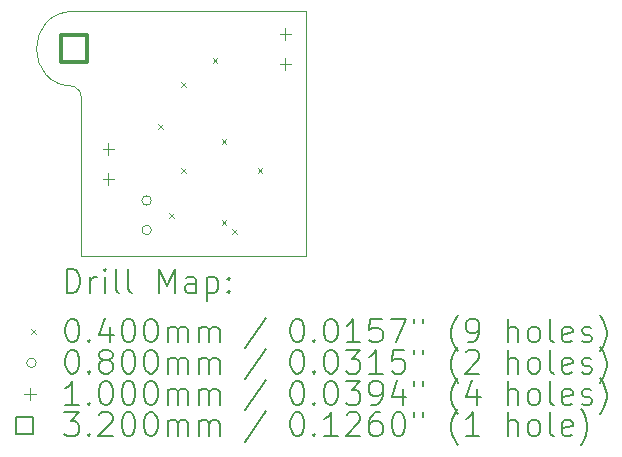
<source format=gbr>
%FSLAX45Y45*%
G04 Gerber Fmt 4.5, Leading zero omitted, Abs format (unit mm)*
G04 Created by KiCad (PCBNEW 6.0.6-1.fc35) date 2022-07-22 15:55:34*
%MOMM*%
%LPD*%
G01*
G04 APERTURE LIST*
%TA.AperFunction,Profile*%
%ADD10C,0.050000*%
%TD*%
%ADD11C,0.200000*%
%ADD12C,0.040000*%
%ADD13C,0.080000*%
%ADD14C,0.100000*%
%ADD15C,0.320000*%
G04 APERTURE END LIST*
D10*
X6667500Y-9753600D02*
X6667500Y-7683500D01*
X4699000Y-7683500D02*
G75*
G03*
X4699000Y-8318500I0J-317500D01*
G01*
X4762500Y-8420100D02*
X4762500Y-9753600D01*
X4762500Y-8420100D02*
G75*
G03*
X4699000Y-8318500I-97350J9800D01*
G01*
X4699000Y-7683500D02*
X6667500Y-7683500D01*
X4762500Y-9753600D02*
X6667500Y-9753600D01*
D11*
D12*
X5410520Y-8641400D02*
X5450520Y-8681400D01*
X5450520Y-8641400D02*
X5410520Y-8681400D01*
X5504500Y-9390700D02*
X5544500Y-9430700D01*
X5544500Y-9390700D02*
X5504500Y-9430700D01*
X5606100Y-8285800D02*
X5646100Y-8325800D01*
X5646100Y-8285800D02*
X5606100Y-8325800D01*
X5606100Y-9009700D02*
X5646100Y-9049700D01*
X5646100Y-9009700D02*
X5606100Y-9049700D01*
X5872800Y-8082600D02*
X5912800Y-8122600D01*
X5912800Y-8082600D02*
X5872800Y-8122600D01*
X5949000Y-8768400D02*
X5989000Y-8808400D01*
X5989000Y-8768400D02*
X5949000Y-8808400D01*
X5949000Y-9454200D02*
X5989000Y-9494200D01*
X5989000Y-9454200D02*
X5949000Y-9494200D01*
X6037900Y-9530400D02*
X6077900Y-9570400D01*
X6077900Y-9530400D02*
X6037900Y-9570400D01*
X6253800Y-9009700D02*
X6293800Y-9049700D01*
X6293800Y-9009700D02*
X6253800Y-9049700D01*
D13*
X5353680Y-9284842D02*
G75*
G03*
X5353680Y-9284842I-40000J0D01*
G01*
X5353680Y-9534842D02*
G75*
G03*
X5353680Y-9534842I-40000J0D01*
G01*
D14*
X4991100Y-8801400D02*
X4991100Y-8901400D01*
X4941100Y-8851400D02*
X5041100Y-8851400D01*
X4991100Y-9055400D02*
X4991100Y-9155400D01*
X4941100Y-9105400D02*
X5041100Y-9105400D01*
X6489700Y-7823500D02*
X6489700Y-7923500D01*
X6439700Y-7873500D02*
X6539700Y-7873500D01*
X6489700Y-8077500D02*
X6489700Y-8177500D01*
X6439700Y-8127500D02*
X6539700Y-8127500D01*
D15*
X4812138Y-8114138D02*
X4812138Y-7887862D01*
X4585862Y-7887862D01*
X4585862Y-8114138D01*
X4812138Y-8114138D01*
D11*
X4636619Y-10066576D02*
X4636619Y-9866576D01*
X4684238Y-9866576D01*
X4712810Y-9876100D01*
X4731857Y-9895148D01*
X4741381Y-9914195D01*
X4750905Y-9952290D01*
X4750905Y-9980862D01*
X4741381Y-10018957D01*
X4731857Y-10038005D01*
X4712810Y-10057052D01*
X4684238Y-10066576D01*
X4636619Y-10066576D01*
X4836619Y-10066576D02*
X4836619Y-9933243D01*
X4836619Y-9971338D02*
X4846143Y-9952290D01*
X4855667Y-9942767D01*
X4874714Y-9933243D01*
X4893762Y-9933243D01*
X4960429Y-10066576D02*
X4960429Y-9933243D01*
X4960429Y-9866576D02*
X4950905Y-9876100D01*
X4960429Y-9885624D01*
X4969952Y-9876100D01*
X4960429Y-9866576D01*
X4960429Y-9885624D01*
X5084238Y-10066576D02*
X5065190Y-10057052D01*
X5055667Y-10038005D01*
X5055667Y-9866576D01*
X5189000Y-10066576D02*
X5169952Y-10057052D01*
X5160429Y-10038005D01*
X5160429Y-9866576D01*
X5417571Y-10066576D02*
X5417571Y-9866576D01*
X5484238Y-10009433D01*
X5550905Y-9866576D01*
X5550905Y-10066576D01*
X5731857Y-10066576D02*
X5731857Y-9961814D01*
X5722333Y-9942767D01*
X5703286Y-9933243D01*
X5665190Y-9933243D01*
X5646143Y-9942767D01*
X5731857Y-10057052D02*
X5712809Y-10066576D01*
X5665190Y-10066576D01*
X5646143Y-10057052D01*
X5636619Y-10038005D01*
X5636619Y-10018957D01*
X5646143Y-9999910D01*
X5665190Y-9990386D01*
X5712809Y-9990386D01*
X5731857Y-9980862D01*
X5827095Y-9933243D02*
X5827095Y-10133243D01*
X5827095Y-9942767D02*
X5846143Y-9933243D01*
X5884238Y-9933243D01*
X5903286Y-9942767D01*
X5912809Y-9952290D01*
X5922333Y-9971338D01*
X5922333Y-10028481D01*
X5912809Y-10047529D01*
X5903286Y-10057052D01*
X5884238Y-10066576D01*
X5846143Y-10066576D01*
X5827095Y-10057052D01*
X6008048Y-10047529D02*
X6017571Y-10057052D01*
X6008048Y-10066576D01*
X5998524Y-10057052D01*
X6008048Y-10047529D01*
X6008048Y-10066576D01*
X6008048Y-9942767D02*
X6017571Y-9952290D01*
X6008048Y-9961814D01*
X5998524Y-9952290D01*
X6008048Y-9942767D01*
X6008048Y-9961814D01*
D12*
X4339000Y-10376100D02*
X4379000Y-10416100D01*
X4379000Y-10376100D02*
X4339000Y-10416100D01*
D11*
X4674714Y-10286576D02*
X4693762Y-10286576D01*
X4712810Y-10296100D01*
X4722333Y-10305624D01*
X4731857Y-10324671D01*
X4741381Y-10362767D01*
X4741381Y-10410386D01*
X4731857Y-10448481D01*
X4722333Y-10467529D01*
X4712810Y-10477052D01*
X4693762Y-10486576D01*
X4674714Y-10486576D01*
X4655667Y-10477052D01*
X4646143Y-10467529D01*
X4636619Y-10448481D01*
X4627095Y-10410386D01*
X4627095Y-10362767D01*
X4636619Y-10324671D01*
X4646143Y-10305624D01*
X4655667Y-10296100D01*
X4674714Y-10286576D01*
X4827095Y-10467529D02*
X4836619Y-10477052D01*
X4827095Y-10486576D01*
X4817571Y-10477052D01*
X4827095Y-10467529D01*
X4827095Y-10486576D01*
X5008048Y-10353243D02*
X5008048Y-10486576D01*
X4960429Y-10277052D02*
X4912810Y-10419910D01*
X5036619Y-10419910D01*
X5150905Y-10286576D02*
X5169952Y-10286576D01*
X5189000Y-10296100D01*
X5198524Y-10305624D01*
X5208048Y-10324671D01*
X5217571Y-10362767D01*
X5217571Y-10410386D01*
X5208048Y-10448481D01*
X5198524Y-10467529D01*
X5189000Y-10477052D01*
X5169952Y-10486576D01*
X5150905Y-10486576D01*
X5131857Y-10477052D01*
X5122333Y-10467529D01*
X5112810Y-10448481D01*
X5103286Y-10410386D01*
X5103286Y-10362767D01*
X5112810Y-10324671D01*
X5122333Y-10305624D01*
X5131857Y-10296100D01*
X5150905Y-10286576D01*
X5341381Y-10286576D02*
X5360429Y-10286576D01*
X5379476Y-10296100D01*
X5389000Y-10305624D01*
X5398524Y-10324671D01*
X5408048Y-10362767D01*
X5408048Y-10410386D01*
X5398524Y-10448481D01*
X5389000Y-10467529D01*
X5379476Y-10477052D01*
X5360429Y-10486576D01*
X5341381Y-10486576D01*
X5322333Y-10477052D01*
X5312810Y-10467529D01*
X5303286Y-10448481D01*
X5293762Y-10410386D01*
X5293762Y-10362767D01*
X5303286Y-10324671D01*
X5312810Y-10305624D01*
X5322333Y-10296100D01*
X5341381Y-10286576D01*
X5493762Y-10486576D02*
X5493762Y-10353243D01*
X5493762Y-10372290D02*
X5503286Y-10362767D01*
X5522333Y-10353243D01*
X5550905Y-10353243D01*
X5569952Y-10362767D01*
X5579476Y-10381814D01*
X5579476Y-10486576D01*
X5579476Y-10381814D02*
X5589000Y-10362767D01*
X5608048Y-10353243D01*
X5636619Y-10353243D01*
X5655667Y-10362767D01*
X5665190Y-10381814D01*
X5665190Y-10486576D01*
X5760428Y-10486576D02*
X5760428Y-10353243D01*
X5760428Y-10372290D02*
X5769952Y-10362767D01*
X5789000Y-10353243D01*
X5817571Y-10353243D01*
X5836619Y-10362767D01*
X5846143Y-10381814D01*
X5846143Y-10486576D01*
X5846143Y-10381814D02*
X5855667Y-10362767D01*
X5874714Y-10353243D01*
X5903286Y-10353243D01*
X5922333Y-10362767D01*
X5931857Y-10381814D01*
X5931857Y-10486576D01*
X6322333Y-10277052D02*
X6150905Y-10534195D01*
X6579476Y-10286576D02*
X6598524Y-10286576D01*
X6617571Y-10296100D01*
X6627095Y-10305624D01*
X6636619Y-10324671D01*
X6646143Y-10362767D01*
X6646143Y-10410386D01*
X6636619Y-10448481D01*
X6627095Y-10467529D01*
X6617571Y-10477052D01*
X6598524Y-10486576D01*
X6579476Y-10486576D01*
X6560428Y-10477052D01*
X6550905Y-10467529D01*
X6541381Y-10448481D01*
X6531857Y-10410386D01*
X6531857Y-10362767D01*
X6541381Y-10324671D01*
X6550905Y-10305624D01*
X6560428Y-10296100D01*
X6579476Y-10286576D01*
X6731857Y-10467529D02*
X6741381Y-10477052D01*
X6731857Y-10486576D01*
X6722333Y-10477052D01*
X6731857Y-10467529D01*
X6731857Y-10486576D01*
X6865190Y-10286576D02*
X6884238Y-10286576D01*
X6903286Y-10296100D01*
X6912809Y-10305624D01*
X6922333Y-10324671D01*
X6931857Y-10362767D01*
X6931857Y-10410386D01*
X6922333Y-10448481D01*
X6912809Y-10467529D01*
X6903286Y-10477052D01*
X6884238Y-10486576D01*
X6865190Y-10486576D01*
X6846143Y-10477052D01*
X6836619Y-10467529D01*
X6827095Y-10448481D01*
X6817571Y-10410386D01*
X6817571Y-10362767D01*
X6827095Y-10324671D01*
X6836619Y-10305624D01*
X6846143Y-10296100D01*
X6865190Y-10286576D01*
X7122333Y-10486576D02*
X7008048Y-10486576D01*
X7065190Y-10486576D02*
X7065190Y-10286576D01*
X7046143Y-10315148D01*
X7027095Y-10334195D01*
X7008048Y-10343719D01*
X7303286Y-10286576D02*
X7208048Y-10286576D01*
X7198524Y-10381814D01*
X7208048Y-10372290D01*
X7227095Y-10362767D01*
X7274714Y-10362767D01*
X7293762Y-10372290D01*
X7303286Y-10381814D01*
X7312809Y-10400862D01*
X7312809Y-10448481D01*
X7303286Y-10467529D01*
X7293762Y-10477052D01*
X7274714Y-10486576D01*
X7227095Y-10486576D01*
X7208048Y-10477052D01*
X7198524Y-10467529D01*
X7379476Y-10286576D02*
X7512809Y-10286576D01*
X7427095Y-10486576D01*
X7579476Y-10286576D02*
X7579476Y-10324671D01*
X7655667Y-10286576D02*
X7655667Y-10324671D01*
X7950905Y-10562767D02*
X7941381Y-10553243D01*
X7922333Y-10524671D01*
X7912809Y-10505624D01*
X7903286Y-10477052D01*
X7893762Y-10429433D01*
X7893762Y-10391338D01*
X7903286Y-10343719D01*
X7912809Y-10315148D01*
X7922333Y-10296100D01*
X7941381Y-10267529D01*
X7950905Y-10258005D01*
X8036619Y-10486576D02*
X8074714Y-10486576D01*
X8093762Y-10477052D01*
X8103286Y-10467529D01*
X8122333Y-10438957D01*
X8131857Y-10400862D01*
X8131857Y-10324671D01*
X8122333Y-10305624D01*
X8112809Y-10296100D01*
X8093762Y-10286576D01*
X8055667Y-10286576D01*
X8036619Y-10296100D01*
X8027095Y-10305624D01*
X8017571Y-10324671D01*
X8017571Y-10372290D01*
X8027095Y-10391338D01*
X8036619Y-10400862D01*
X8055667Y-10410386D01*
X8093762Y-10410386D01*
X8112809Y-10400862D01*
X8122333Y-10391338D01*
X8131857Y-10372290D01*
X8369952Y-10486576D02*
X8369952Y-10286576D01*
X8455667Y-10486576D02*
X8455667Y-10381814D01*
X8446143Y-10362767D01*
X8427095Y-10353243D01*
X8398524Y-10353243D01*
X8379476Y-10362767D01*
X8369952Y-10372290D01*
X8579476Y-10486576D02*
X8560429Y-10477052D01*
X8550905Y-10467529D01*
X8541381Y-10448481D01*
X8541381Y-10391338D01*
X8550905Y-10372290D01*
X8560429Y-10362767D01*
X8579476Y-10353243D01*
X8608048Y-10353243D01*
X8627095Y-10362767D01*
X8636619Y-10372290D01*
X8646143Y-10391338D01*
X8646143Y-10448481D01*
X8636619Y-10467529D01*
X8627095Y-10477052D01*
X8608048Y-10486576D01*
X8579476Y-10486576D01*
X8760429Y-10486576D02*
X8741381Y-10477052D01*
X8731857Y-10458005D01*
X8731857Y-10286576D01*
X8912810Y-10477052D02*
X8893762Y-10486576D01*
X8855667Y-10486576D01*
X8836619Y-10477052D01*
X8827095Y-10458005D01*
X8827095Y-10381814D01*
X8836619Y-10362767D01*
X8855667Y-10353243D01*
X8893762Y-10353243D01*
X8912810Y-10362767D01*
X8922333Y-10381814D01*
X8922333Y-10400862D01*
X8827095Y-10419910D01*
X8998524Y-10477052D02*
X9017571Y-10486576D01*
X9055667Y-10486576D01*
X9074714Y-10477052D01*
X9084238Y-10458005D01*
X9084238Y-10448481D01*
X9074714Y-10429433D01*
X9055667Y-10419910D01*
X9027095Y-10419910D01*
X9008048Y-10410386D01*
X8998524Y-10391338D01*
X8998524Y-10381814D01*
X9008048Y-10362767D01*
X9027095Y-10353243D01*
X9055667Y-10353243D01*
X9074714Y-10362767D01*
X9150905Y-10562767D02*
X9160429Y-10553243D01*
X9179476Y-10524671D01*
X9189000Y-10505624D01*
X9198524Y-10477052D01*
X9208048Y-10429433D01*
X9208048Y-10391338D01*
X9198524Y-10343719D01*
X9189000Y-10315148D01*
X9179476Y-10296100D01*
X9160429Y-10267529D01*
X9150905Y-10258005D01*
D13*
X4379000Y-10660100D02*
G75*
G03*
X4379000Y-10660100I-40000J0D01*
G01*
D11*
X4674714Y-10550576D02*
X4693762Y-10550576D01*
X4712810Y-10560100D01*
X4722333Y-10569624D01*
X4731857Y-10588671D01*
X4741381Y-10626767D01*
X4741381Y-10674386D01*
X4731857Y-10712481D01*
X4722333Y-10731529D01*
X4712810Y-10741052D01*
X4693762Y-10750576D01*
X4674714Y-10750576D01*
X4655667Y-10741052D01*
X4646143Y-10731529D01*
X4636619Y-10712481D01*
X4627095Y-10674386D01*
X4627095Y-10626767D01*
X4636619Y-10588671D01*
X4646143Y-10569624D01*
X4655667Y-10560100D01*
X4674714Y-10550576D01*
X4827095Y-10731529D02*
X4836619Y-10741052D01*
X4827095Y-10750576D01*
X4817571Y-10741052D01*
X4827095Y-10731529D01*
X4827095Y-10750576D01*
X4950905Y-10636290D02*
X4931857Y-10626767D01*
X4922333Y-10617243D01*
X4912810Y-10598195D01*
X4912810Y-10588671D01*
X4922333Y-10569624D01*
X4931857Y-10560100D01*
X4950905Y-10550576D01*
X4989000Y-10550576D01*
X5008048Y-10560100D01*
X5017571Y-10569624D01*
X5027095Y-10588671D01*
X5027095Y-10598195D01*
X5017571Y-10617243D01*
X5008048Y-10626767D01*
X4989000Y-10636290D01*
X4950905Y-10636290D01*
X4931857Y-10645814D01*
X4922333Y-10655338D01*
X4912810Y-10674386D01*
X4912810Y-10712481D01*
X4922333Y-10731529D01*
X4931857Y-10741052D01*
X4950905Y-10750576D01*
X4989000Y-10750576D01*
X5008048Y-10741052D01*
X5017571Y-10731529D01*
X5027095Y-10712481D01*
X5027095Y-10674386D01*
X5017571Y-10655338D01*
X5008048Y-10645814D01*
X4989000Y-10636290D01*
X5150905Y-10550576D02*
X5169952Y-10550576D01*
X5189000Y-10560100D01*
X5198524Y-10569624D01*
X5208048Y-10588671D01*
X5217571Y-10626767D01*
X5217571Y-10674386D01*
X5208048Y-10712481D01*
X5198524Y-10731529D01*
X5189000Y-10741052D01*
X5169952Y-10750576D01*
X5150905Y-10750576D01*
X5131857Y-10741052D01*
X5122333Y-10731529D01*
X5112810Y-10712481D01*
X5103286Y-10674386D01*
X5103286Y-10626767D01*
X5112810Y-10588671D01*
X5122333Y-10569624D01*
X5131857Y-10560100D01*
X5150905Y-10550576D01*
X5341381Y-10550576D02*
X5360429Y-10550576D01*
X5379476Y-10560100D01*
X5389000Y-10569624D01*
X5398524Y-10588671D01*
X5408048Y-10626767D01*
X5408048Y-10674386D01*
X5398524Y-10712481D01*
X5389000Y-10731529D01*
X5379476Y-10741052D01*
X5360429Y-10750576D01*
X5341381Y-10750576D01*
X5322333Y-10741052D01*
X5312810Y-10731529D01*
X5303286Y-10712481D01*
X5293762Y-10674386D01*
X5293762Y-10626767D01*
X5303286Y-10588671D01*
X5312810Y-10569624D01*
X5322333Y-10560100D01*
X5341381Y-10550576D01*
X5493762Y-10750576D02*
X5493762Y-10617243D01*
X5493762Y-10636290D02*
X5503286Y-10626767D01*
X5522333Y-10617243D01*
X5550905Y-10617243D01*
X5569952Y-10626767D01*
X5579476Y-10645814D01*
X5579476Y-10750576D01*
X5579476Y-10645814D02*
X5589000Y-10626767D01*
X5608048Y-10617243D01*
X5636619Y-10617243D01*
X5655667Y-10626767D01*
X5665190Y-10645814D01*
X5665190Y-10750576D01*
X5760428Y-10750576D02*
X5760428Y-10617243D01*
X5760428Y-10636290D02*
X5769952Y-10626767D01*
X5789000Y-10617243D01*
X5817571Y-10617243D01*
X5836619Y-10626767D01*
X5846143Y-10645814D01*
X5846143Y-10750576D01*
X5846143Y-10645814D02*
X5855667Y-10626767D01*
X5874714Y-10617243D01*
X5903286Y-10617243D01*
X5922333Y-10626767D01*
X5931857Y-10645814D01*
X5931857Y-10750576D01*
X6322333Y-10541052D02*
X6150905Y-10798195D01*
X6579476Y-10550576D02*
X6598524Y-10550576D01*
X6617571Y-10560100D01*
X6627095Y-10569624D01*
X6636619Y-10588671D01*
X6646143Y-10626767D01*
X6646143Y-10674386D01*
X6636619Y-10712481D01*
X6627095Y-10731529D01*
X6617571Y-10741052D01*
X6598524Y-10750576D01*
X6579476Y-10750576D01*
X6560428Y-10741052D01*
X6550905Y-10731529D01*
X6541381Y-10712481D01*
X6531857Y-10674386D01*
X6531857Y-10626767D01*
X6541381Y-10588671D01*
X6550905Y-10569624D01*
X6560428Y-10560100D01*
X6579476Y-10550576D01*
X6731857Y-10731529D02*
X6741381Y-10741052D01*
X6731857Y-10750576D01*
X6722333Y-10741052D01*
X6731857Y-10731529D01*
X6731857Y-10750576D01*
X6865190Y-10550576D02*
X6884238Y-10550576D01*
X6903286Y-10560100D01*
X6912809Y-10569624D01*
X6922333Y-10588671D01*
X6931857Y-10626767D01*
X6931857Y-10674386D01*
X6922333Y-10712481D01*
X6912809Y-10731529D01*
X6903286Y-10741052D01*
X6884238Y-10750576D01*
X6865190Y-10750576D01*
X6846143Y-10741052D01*
X6836619Y-10731529D01*
X6827095Y-10712481D01*
X6817571Y-10674386D01*
X6817571Y-10626767D01*
X6827095Y-10588671D01*
X6836619Y-10569624D01*
X6846143Y-10560100D01*
X6865190Y-10550576D01*
X6998524Y-10550576D02*
X7122333Y-10550576D01*
X7055667Y-10626767D01*
X7084238Y-10626767D01*
X7103286Y-10636290D01*
X7112809Y-10645814D01*
X7122333Y-10664862D01*
X7122333Y-10712481D01*
X7112809Y-10731529D01*
X7103286Y-10741052D01*
X7084238Y-10750576D01*
X7027095Y-10750576D01*
X7008048Y-10741052D01*
X6998524Y-10731529D01*
X7312809Y-10750576D02*
X7198524Y-10750576D01*
X7255667Y-10750576D02*
X7255667Y-10550576D01*
X7236619Y-10579148D01*
X7217571Y-10598195D01*
X7198524Y-10607719D01*
X7493762Y-10550576D02*
X7398524Y-10550576D01*
X7389000Y-10645814D01*
X7398524Y-10636290D01*
X7417571Y-10626767D01*
X7465190Y-10626767D01*
X7484238Y-10636290D01*
X7493762Y-10645814D01*
X7503286Y-10664862D01*
X7503286Y-10712481D01*
X7493762Y-10731529D01*
X7484238Y-10741052D01*
X7465190Y-10750576D01*
X7417571Y-10750576D01*
X7398524Y-10741052D01*
X7389000Y-10731529D01*
X7579476Y-10550576D02*
X7579476Y-10588671D01*
X7655667Y-10550576D02*
X7655667Y-10588671D01*
X7950905Y-10826767D02*
X7941381Y-10817243D01*
X7922333Y-10788671D01*
X7912809Y-10769624D01*
X7903286Y-10741052D01*
X7893762Y-10693433D01*
X7893762Y-10655338D01*
X7903286Y-10607719D01*
X7912809Y-10579148D01*
X7922333Y-10560100D01*
X7941381Y-10531529D01*
X7950905Y-10522005D01*
X8017571Y-10569624D02*
X8027095Y-10560100D01*
X8046143Y-10550576D01*
X8093762Y-10550576D01*
X8112809Y-10560100D01*
X8122333Y-10569624D01*
X8131857Y-10588671D01*
X8131857Y-10607719D01*
X8122333Y-10636290D01*
X8008048Y-10750576D01*
X8131857Y-10750576D01*
X8369952Y-10750576D02*
X8369952Y-10550576D01*
X8455667Y-10750576D02*
X8455667Y-10645814D01*
X8446143Y-10626767D01*
X8427095Y-10617243D01*
X8398524Y-10617243D01*
X8379476Y-10626767D01*
X8369952Y-10636290D01*
X8579476Y-10750576D02*
X8560429Y-10741052D01*
X8550905Y-10731529D01*
X8541381Y-10712481D01*
X8541381Y-10655338D01*
X8550905Y-10636290D01*
X8560429Y-10626767D01*
X8579476Y-10617243D01*
X8608048Y-10617243D01*
X8627095Y-10626767D01*
X8636619Y-10636290D01*
X8646143Y-10655338D01*
X8646143Y-10712481D01*
X8636619Y-10731529D01*
X8627095Y-10741052D01*
X8608048Y-10750576D01*
X8579476Y-10750576D01*
X8760429Y-10750576D02*
X8741381Y-10741052D01*
X8731857Y-10722005D01*
X8731857Y-10550576D01*
X8912810Y-10741052D02*
X8893762Y-10750576D01*
X8855667Y-10750576D01*
X8836619Y-10741052D01*
X8827095Y-10722005D01*
X8827095Y-10645814D01*
X8836619Y-10626767D01*
X8855667Y-10617243D01*
X8893762Y-10617243D01*
X8912810Y-10626767D01*
X8922333Y-10645814D01*
X8922333Y-10664862D01*
X8827095Y-10683910D01*
X8998524Y-10741052D02*
X9017571Y-10750576D01*
X9055667Y-10750576D01*
X9074714Y-10741052D01*
X9084238Y-10722005D01*
X9084238Y-10712481D01*
X9074714Y-10693433D01*
X9055667Y-10683910D01*
X9027095Y-10683910D01*
X9008048Y-10674386D01*
X8998524Y-10655338D01*
X8998524Y-10645814D01*
X9008048Y-10626767D01*
X9027095Y-10617243D01*
X9055667Y-10617243D01*
X9074714Y-10626767D01*
X9150905Y-10826767D02*
X9160429Y-10817243D01*
X9179476Y-10788671D01*
X9189000Y-10769624D01*
X9198524Y-10741052D01*
X9208048Y-10693433D01*
X9208048Y-10655338D01*
X9198524Y-10607719D01*
X9189000Y-10579148D01*
X9179476Y-10560100D01*
X9160429Y-10531529D01*
X9150905Y-10522005D01*
D14*
X4329000Y-10874100D02*
X4329000Y-10974100D01*
X4279000Y-10924100D02*
X4379000Y-10924100D01*
D11*
X4741381Y-11014576D02*
X4627095Y-11014576D01*
X4684238Y-11014576D02*
X4684238Y-10814576D01*
X4665190Y-10843148D01*
X4646143Y-10862195D01*
X4627095Y-10871719D01*
X4827095Y-10995529D02*
X4836619Y-11005052D01*
X4827095Y-11014576D01*
X4817571Y-11005052D01*
X4827095Y-10995529D01*
X4827095Y-11014576D01*
X4960429Y-10814576D02*
X4979476Y-10814576D01*
X4998524Y-10824100D01*
X5008048Y-10833624D01*
X5017571Y-10852671D01*
X5027095Y-10890767D01*
X5027095Y-10938386D01*
X5017571Y-10976481D01*
X5008048Y-10995529D01*
X4998524Y-11005052D01*
X4979476Y-11014576D01*
X4960429Y-11014576D01*
X4941381Y-11005052D01*
X4931857Y-10995529D01*
X4922333Y-10976481D01*
X4912810Y-10938386D01*
X4912810Y-10890767D01*
X4922333Y-10852671D01*
X4931857Y-10833624D01*
X4941381Y-10824100D01*
X4960429Y-10814576D01*
X5150905Y-10814576D02*
X5169952Y-10814576D01*
X5189000Y-10824100D01*
X5198524Y-10833624D01*
X5208048Y-10852671D01*
X5217571Y-10890767D01*
X5217571Y-10938386D01*
X5208048Y-10976481D01*
X5198524Y-10995529D01*
X5189000Y-11005052D01*
X5169952Y-11014576D01*
X5150905Y-11014576D01*
X5131857Y-11005052D01*
X5122333Y-10995529D01*
X5112810Y-10976481D01*
X5103286Y-10938386D01*
X5103286Y-10890767D01*
X5112810Y-10852671D01*
X5122333Y-10833624D01*
X5131857Y-10824100D01*
X5150905Y-10814576D01*
X5341381Y-10814576D02*
X5360429Y-10814576D01*
X5379476Y-10824100D01*
X5389000Y-10833624D01*
X5398524Y-10852671D01*
X5408048Y-10890767D01*
X5408048Y-10938386D01*
X5398524Y-10976481D01*
X5389000Y-10995529D01*
X5379476Y-11005052D01*
X5360429Y-11014576D01*
X5341381Y-11014576D01*
X5322333Y-11005052D01*
X5312810Y-10995529D01*
X5303286Y-10976481D01*
X5293762Y-10938386D01*
X5293762Y-10890767D01*
X5303286Y-10852671D01*
X5312810Y-10833624D01*
X5322333Y-10824100D01*
X5341381Y-10814576D01*
X5493762Y-11014576D02*
X5493762Y-10881243D01*
X5493762Y-10900290D02*
X5503286Y-10890767D01*
X5522333Y-10881243D01*
X5550905Y-10881243D01*
X5569952Y-10890767D01*
X5579476Y-10909814D01*
X5579476Y-11014576D01*
X5579476Y-10909814D02*
X5589000Y-10890767D01*
X5608048Y-10881243D01*
X5636619Y-10881243D01*
X5655667Y-10890767D01*
X5665190Y-10909814D01*
X5665190Y-11014576D01*
X5760428Y-11014576D02*
X5760428Y-10881243D01*
X5760428Y-10900290D02*
X5769952Y-10890767D01*
X5789000Y-10881243D01*
X5817571Y-10881243D01*
X5836619Y-10890767D01*
X5846143Y-10909814D01*
X5846143Y-11014576D01*
X5846143Y-10909814D02*
X5855667Y-10890767D01*
X5874714Y-10881243D01*
X5903286Y-10881243D01*
X5922333Y-10890767D01*
X5931857Y-10909814D01*
X5931857Y-11014576D01*
X6322333Y-10805052D02*
X6150905Y-11062195D01*
X6579476Y-10814576D02*
X6598524Y-10814576D01*
X6617571Y-10824100D01*
X6627095Y-10833624D01*
X6636619Y-10852671D01*
X6646143Y-10890767D01*
X6646143Y-10938386D01*
X6636619Y-10976481D01*
X6627095Y-10995529D01*
X6617571Y-11005052D01*
X6598524Y-11014576D01*
X6579476Y-11014576D01*
X6560428Y-11005052D01*
X6550905Y-10995529D01*
X6541381Y-10976481D01*
X6531857Y-10938386D01*
X6531857Y-10890767D01*
X6541381Y-10852671D01*
X6550905Y-10833624D01*
X6560428Y-10824100D01*
X6579476Y-10814576D01*
X6731857Y-10995529D02*
X6741381Y-11005052D01*
X6731857Y-11014576D01*
X6722333Y-11005052D01*
X6731857Y-10995529D01*
X6731857Y-11014576D01*
X6865190Y-10814576D02*
X6884238Y-10814576D01*
X6903286Y-10824100D01*
X6912809Y-10833624D01*
X6922333Y-10852671D01*
X6931857Y-10890767D01*
X6931857Y-10938386D01*
X6922333Y-10976481D01*
X6912809Y-10995529D01*
X6903286Y-11005052D01*
X6884238Y-11014576D01*
X6865190Y-11014576D01*
X6846143Y-11005052D01*
X6836619Y-10995529D01*
X6827095Y-10976481D01*
X6817571Y-10938386D01*
X6817571Y-10890767D01*
X6827095Y-10852671D01*
X6836619Y-10833624D01*
X6846143Y-10824100D01*
X6865190Y-10814576D01*
X6998524Y-10814576D02*
X7122333Y-10814576D01*
X7055667Y-10890767D01*
X7084238Y-10890767D01*
X7103286Y-10900290D01*
X7112809Y-10909814D01*
X7122333Y-10928862D01*
X7122333Y-10976481D01*
X7112809Y-10995529D01*
X7103286Y-11005052D01*
X7084238Y-11014576D01*
X7027095Y-11014576D01*
X7008048Y-11005052D01*
X6998524Y-10995529D01*
X7217571Y-11014576D02*
X7255667Y-11014576D01*
X7274714Y-11005052D01*
X7284238Y-10995529D01*
X7303286Y-10966957D01*
X7312809Y-10928862D01*
X7312809Y-10852671D01*
X7303286Y-10833624D01*
X7293762Y-10824100D01*
X7274714Y-10814576D01*
X7236619Y-10814576D01*
X7217571Y-10824100D01*
X7208048Y-10833624D01*
X7198524Y-10852671D01*
X7198524Y-10900290D01*
X7208048Y-10919338D01*
X7217571Y-10928862D01*
X7236619Y-10938386D01*
X7274714Y-10938386D01*
X7293762Y-10928862D01*
X7303286Y-10919338D01*
X7312809Y-10900290D01*
X7484238Y-10881243D02*
X7484238Y-11014576D01*
X7436619Y-10805052D02*
X7389000Y-10947910D01*
X7512809Y-10947910D01*
X7579476Y-10814576D02*
X7579476Y-10852671D01*
X7655667Y-10814576D02*
X7655667Y-10852671D01*
X7950905Y-11090767D02*
X7941381Y-11081243D01*
X7922333Y-11052671D01*
X7912809Y-11033624D01*
X7903286Y-11005052D01*
X7893762Y-10957433D01*
X7893762Y-10919338D01*
X7903286Y-10871719D01*
X7912809Y-10843148D01*
X7922333Y-10824100D01*
X7941381Y-10795529D01*
X7950905Y-10786005D01*
X8112809Y-10881243D02*
X8112809Y-11014576D01*
X8065190Y-10805052D02*
X8017571Y-10947910D01*
X8141381Y-10947910D01*
X8369952Y-11014576D02*
X8369952Y-10814576D01*
X8455667Y-11014576D02*
X8455667Y-10909814D01*
X8446143Y-10890767D01*
X8427095Y-10881243D01*
X8398524Y-10881243D01*
X8379476Y-10890767D01*
X8369952Y-10900290D01*
X8579476Y-11014576D02*
X8560429Y-11005052D01*
X8550905Y-10995529D01*
X8541381Y-10976481D01*
X8541381Y-10919338D01*
X8550905Y-10900290D01*
X8560429Y-10890767D01*
X8579476Y-10881243D01*
X8608048Y-10881243D01*
X8627095Y-10890767D01*
X8636619Y-10900290D01*
X8646143Y-10919338D01*
X8646143Y-10976481D01*
X8636619Y-10995529D01*
X8627095Y-11005052D01*
X8608048Y-11014576D01*
X8579476Y-11014576D01*
X8760429Y-11014576D02*
X8741381Y-11005052D01*
X8731857Y-10986005D01*
X8731857Y-10814576D01*
X8912810Y-11005052D02*
X8893762Y-11014576D01*
X8855667Y-11014576D01*
X8836619Y-11005052D01*
X8827095Y-10986005D01*
X8827095Y-10909814D01*
X8836619Y-10890767D01*
X8855667Y-10881243D01*
X8893762Y-10881243D01*
X8912810Y-10890767D01*
X8922333Y-10909814D01*
X8922333Y-10928862D01*
X8827095Y-10947910D01*
X8998524Y-11005052D02*
X9017571Y-11014576D01*
X9055667Y-11014576D01*
X9074714Y-11005052D01*
X9084238Y-10986005D01*
X9084238Y-10976481D01*
X9074714Y-10957433D01*
X9055667Y-10947910D01*
X9027095Y-10947910D01*
X9008048Y-10938386D01*
X8998524Y-10919338D01*
X8998524Y-10909814D01*
X9008048Y-10890767D01*
X9027095Y-10881243D01*
X9055667Y-10881243D01*
X9074714Y-10890767D01*
X9150905Y-11090767D02*
X9160429Y-11081243D01*
X9179476Y-11052671D01*
X9189000Y-11033624D01*
X9198524Y-11005052D01*
X9208048Y-10957433D01*
X9208048Y-10919338D01*
X9198524Y-10871719D01*
X9189000Y-10843148D01*
X9179476Y-10824100D01*
X9160429Y-10795529D01*
X9150905Y-10786005D01*
X4349711Y-11258811D02*
X4349711Y-11117389D01*
X4208289Y-11117389D01*
X4208289Y-11258811D01*
X4349711Y-11258811D01*
X4617571Y-11078576D02*
X4741381Y-11078576D01*
X4674714Y-11154767D01*
X4703286Y-11154767D01*
X4722333Y-11164290D01*
X4731857Y-11173814D01*
X4741381Y-11192862D01*
X4741381Y-11240481D01*
X4731857Y-11259528D01*
X4722333Y-11269052D01*
X4703286Y-11278576D01*
X4646143Y-11278576D01*
X4627095Y-11269052D01*
X4617571Y-11259528D01*
X4827095Y-11259528D02*
X4836619Y-11269052D01*
X4827095Y-11278576D01*
X4817571Y-11269052D01*
X4827095Y-11259528D01*
X4827095Y-11278576D01*
X4912810Y-11097624D02*
X4922333Y-11088100D01*
X4941381Y-11078576D01*
X4989000Y-11078576D01*
X5008048Y-11088100D01*
X5017571Y-11097624D01*
X5027095Y-11116671D01*
X5027095Y-11135719D01*
X5017571Y-11164290D01*
X4903286Y-11278576D01*
X5027095Y-11278576D01*
X5150905Y-11078576D02*
X5169952Y-11078576D01*
X5189000Y-11088100D01*
X5198524Y-11097624D01*
X5208048Y-11116671D01*
X5217571Y-11154767D01*
X5217571Y-11202386D01*
X5208048Y-11240481D01*
X5198524Y-11259528D01*
X5189000Y-11269052D01*
X5169952Y-11278576D01*
X5150905Y-11278576D01*
X5131857Y-11269052D01*
X5122333Y-11259528D01*
X5112810Y-11240481D01*
X5103286Y-11202386D01*
X5103286Y-11154767D01*
X5112810Y-11116671D01*
X5122333Y-11097624D01*
X5131857Y-11088100D01*
X5150905Y-11078576D01*
X5341381Y-11078576D02*
X5360429Y-11078576D01*
X5379476Y-11088100D01*
X5389000Y-11097624D01*
X5398524Y-11116671D01*
X5408048Y-11154767D01*
X5408048Y-11202386D01*
X5398524Y-11240481D01*
X5389000Y-11259528D01*
X5379476Y-11269052D01*
X5360429Y-11278576D01*
X5341381Y-11278576D01*
X5322333Y-11269052D01*
X5312810Y-11259528D01*
X5303286Y-11240481D01*
X5293762Y-11202386D01*
X5293762Y-11154767D01*
X5303286Y-11116671D01*
X5312810Y-11097624D01*
X5322333Y-11088100D01*
X5341381Y-11078576D01*
X5493762Y-11278576D02*
X5493762Y-11145243D01*
X5493762Y-11164290D02*
X5503286Y-11154767D01*
X5522333Y-11145243D01*
X5550905Y-11145243D01*
X5569952Y-11154767D01*
X5579476Y-11173814D01*
X5579476Y-11278576D01*
X5579476Y-11173814D02*
X5589000Y-11154767D01*
X5608048Y-11145243D01*
X5636619Y-11145243D01*
X5655667Y-11154767D01*
X5665190Y-11173814D01*
X5665190Y-11278576D01*
X5760428Y-11278576D02*
X5760428Y-11145243D01*
X5760428Y-11164290D02*
X5769952Y-11154767D01*
X5789000Y-11145243D01*
X5817571Y-11145243D01*
X5836619Y-11154767D01*
X5846143Y-11173814D01*
X5846143Y-11278576D01*
X5846143Y-11173814D02*
X5855667Y-11154767D01*
X5874714Y-11145243D01*
X5903286Y-11145243D01*
X5922333Y-11154767D01*
X5931857Y-11173814D01*
X5931857Y-11278576D01*
X6322333Y-11069052D02*
X6150905Y-11326195D01*
X6579476Y-11078576D02*
X6598524Y-11078576D01*
X6617571Y-11088100D01*
X6627095Y-11097624D01*
X6636619Y-11116671D01*
X6646143Y-11154767D01*
X6646143Y-11202386D01*
X6636619Y-11240481D01*
X6627095Y-11259528D01*
X6617571Y-11269052D01*
X6598524Y-11278576D01*
X6579476Y-11278576D01*
X6560428Y-11269052D01*
X6550905Y-11259528D01*
X6541381Y-11240481D01*
X6531857Y-11202386D01*
X6531857Y-11154767D01*
X6541381Y-11116671D01*
X6550905Y-11097624D01*
X6560428Y-11088100D01*
X6579476Y-11078576D01*
X6731857Y-11259528D02*
X6741381Y-11269052D01*
X6731857Y-11278576D01*
X6722333Y-11269052D01*
X6731857Y-11259528D01*
X6731857Y-11278576D01*
X6931857Y-11278576D02*
X6817571Y-11278576D01*
X6874714Y-11278576D02*
X6874714Y-11078576D01*
X6855667Y-11107148D01*
X6836619Y-11126195D01*
X6817571Y-11135719D01*
X7008048Y-11097624D02*
X7017571Y-11088100D01*
X7036619Y-11078576D01*
X7084238Y-11078576D01*
X7103286Y-11088100D01*
X7112809Y-11097624D01*
X7122333Y-11116671D01*
X7122333Y-11135719D01*
X7112809Y-11164290D01*
X6998524Y-11278576D01*
X7122333Y-11278576D01*
X7293762Y-11078576D02*
X7255667Y-11078576D01*
X7236619Y-11088100D01*
X7227095Y-11097624D01*
X7208048Y-11126195D01*
X7198524Y-11164290D01*
X7198524Y-11240481D01*
X7208048Y-11259528D01*
X7217571Y-11269052D01*
X7236619Y-11278576D01*
X7274714Y-11278576D01*
X7293762Y-11269052D01*
X7303286Y-11259528D01*
X7312809Y-11240481D01*
X7312809Y-11192862D01*
X7303286Y-11173814D01*
X7293762Y-11164290D01*
X7274714Y-11154767D01*
X7236619Y-11154767D01*
X7217571Y-11164290D01*
X7208048Y-11173814D01*
X7198524Y-11192862D01*
X7436619Y-11078576D02*
X7455667Y-11078576D01*
X7474714Y-11088100D01*
X7484238Y-11097624D01*
X7493762Y-11116671D01*
X7503286Y-11154767D01*
X7503286Y-11202386D01*
X7493762Y-11240481D01*
X7484238Y-11259528D01*
X7474714Y-11269052D01*
X7455667Y-11278576D01*
X7436619Y-11278576D01*
X7417571Y-11269052D01*
X7408048Y-11259528D01*
X7398524Y-11240481D01*
X7389000Y-11202386D01*
X7389000Y-11154767D01*
X7398524Y-11116671D01*
X7408048Y-11097624D01*
X7417571Y-11088100D01*
X7436619Y-11078576D01*
X7579476Y-11078576D02*
X7579476Y-11116671D01*
X7655667Y-11078576D02*
X7655667Y-11116671D01*
X7950905Y-11354767D02*
X7941381Y-11345243D01*
X7922333Y-11316671D01*
X7912809Y-11297624D01*
X7903286Y-11269052D01*
X7893762Y-11221433D01*
X7893762Y-11183338D01*
X7903286Y-11135719D01*
X7912809Y-11107148D01*
X7922333Y-11088100D01*
X7941381Y-11059529D01*
X7950905Y-11050005D01*
X8131857Y-11278576D02*
X8017571Y-11278576D01*
X8074714Y-11278576D02*
X8074714Y-11078576D01*
X8055667Y-11107148D01*
X8036619Y-11126195D01*
X8017571Y-11135719D01*
X8369952Y-11278576D02*
X8369952Y-11078576D01*
X8455667Y-11278576D02*
X8455667Y-11173814D01*
X8446143Y-11154767D01*
X8427095Y-11145243D01*
X8398524Y-11145243D01*
X8379476Y-11154767D01*
X8369952Y-11164290D01*
X8579476Y-11278576D02*
X8560429Y-11269052D01*
X8550905Y-11259528D01*
X8541381Y-11240481D01*
X8541381Y-11183338D01*
X8550905Y-11164290D01*
X8560429Y-11154767D01*
X8579476Y-11145243D01*
X8608048Y-11145243D01*
X8627095Y-11154767D01*
X8636619Y-11164290D01*
X8646143Y-11183338D01*
X8646143Y-11240481D01*
X8636619Y-11259528D01*
X8627095Y-11269052D01*
X8608048Y-11278576D01*
X8579476Y-11278576D01*
X8760429Y-11278576D02*
X8741381Y-11269052D01*
X8731857Y-11250005D01*
X8731857Y-11078576D01*
X8912810Y-11269052D02*
X8893762Y-11278576D01*
X8855667Y-11278576D01*
X8836619Y-11269052D01*
X8827095Y-11250005D01*
X8827095Y-11173814D01*
X8836619Y-11154767D01*
X8855667Y-11145243D01*
X8893762Y-11145243D01*
X8912810Y-11154767D01*
X8922333Y-11173814D01*
X8922333Y-11192862D01*
X8827095Y-11211909D01*
X8989000Y-11354767D02*
X8998524Y-11345243D01*
X9017571Y-11316671D01*
X9027095Y-11297624D01*
X9036619Y-11269052D01*
X9046143Y-11221433D01*
X9046143Y-11183338D01*
X9036619Y-11135719D01*
X9027095Y-11107148D01*
X9017571Y-11088100D01*
X8998524Y-11059529D01*
X8989000Y-11050005D01*
M02*

</source>
